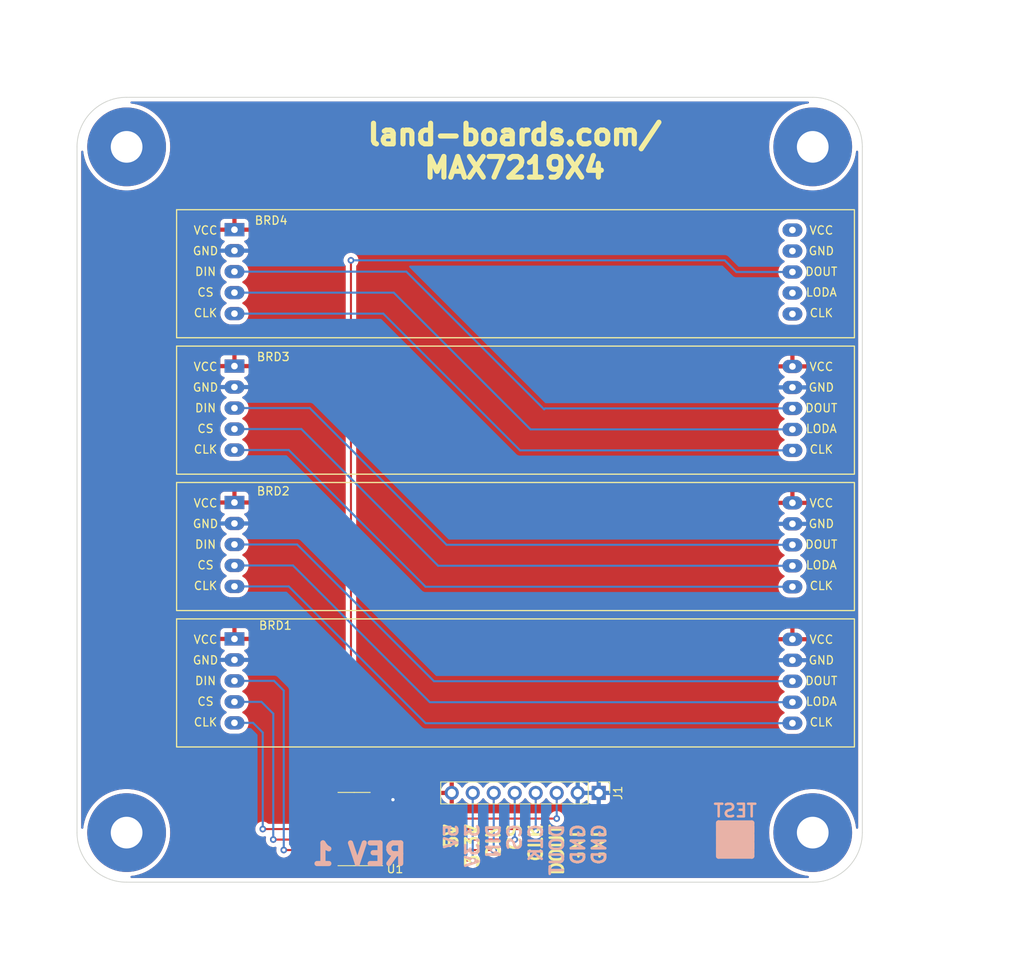
<source format=kicad_pcb>
(kicad_pcb (version 20211014) (generator pcbnew)
  (title_block (title "MAX7912X4") (date "2022-06-12") (rev "1") (company "LAND-BOARDS.COM"))
  (layers (0 "F.Cu" signal) (31 "B.Cu" signal) (34 "B.Paste" user) (35 "F.Paste" user) (36 "B.SilkS" user "B.Silkscreen") (37 "F.SilkS" user "F.Silkscreen") (38 "B.Mask" user) (39 "F.Mask" user) (44 "Edge.Cuts" user))
  (net 0 "")
  (net 1 "GND")
  (net 2 "/MAXOUT")
  (net 3 "Net-(BRD1-Pad5)")
  (net 4 "Net-(BRD1-Pad4)")
  (net 5 "Net-(BRD1-Pad3)")
  (net 6 "+5V")
  (net 7 "Net-(J1-Pad7)")
  (net 8 "Net-(BRD1-Pad6)")
  (net 9 "Net-(BRD1-Pad7)")
  (net 10 "Net-(BRD1-Pad8)")
  (net 11 "Net-(BRD2-Pad6)")
  (net 12 "Net-(BRD2-Pad7)")
  (net 13 "Net-(BRD2-Pad8)")
  (net 14 "Net-(BRD3-Pad6)")
  (net 15 "Net-(BRD3-Pad7)")
  (net 16 "Net-(BRD3-Pad8)")
  (net 21 "/DOUT")
  (net 22 "/CLK")
  (net 23 "/CS")
  (net 24 "/DIN")
  (footprint "LandBoards_BoardOutlines:MAX7912_MODULE" (layer "F.Cu") (at 67.045 40.605)
    (fp_text reference "BRD4" (at 11.441 1.305) (layer "F.SilkS"))
    (fp_text value "MAX7912_MODULE")
    (fp_text user "DOUT" (at 78 7.5 unlocked) (layer "F.SilkS"))
    (fp_text user "CS" (at 3.5 10 unlocked) (layer "F.SilkS"))
    (fp_text user "VCC" (at 78 2.5 unlocked) (layer "F.SilkS"))
    (fp_text user "CLK" (at 78 12.5 unlocked) (layer "F.SilkS"))
    (fp_text user "GND" (at 3.5 5 unlocked) (layer "F.SilkS"))
    (fp_text user "LODA" (at 78 10 unlocked) (layer "F.SilkS"))
    (fp_text user "DIN" (at 3.5 7.5 unlocked) (layer "F.SilkS"))
    (fp_text user "CLK" (at 3.5 12.5 unlocked) (layer "F.SilkS"))
    (fp_text user "VCC" (at 3.5 2.5 unlocked) (layer "F.SilkS"))
    (fp_text user "GND" (at 78 5 unlocked) (layer "F.SilkS"))
    (fp_rect (start 0 0) (end 82 15.5) (layer "F.SilkS") (width 0.15) (fill none))
    (pad "1" thru_hole rect (at 7 2.42) (size 2.4 1.6) (drill 0.8) (layers *.Cu *.Mask) (net 6 "+5V"))
    (pad "2" thru_hole oval (at 7 4.96) (size 2.4 1.6) (drill 0.8) (layers *.Cu *.Mask) (net 1 "GND"))
    (pad "3" thru_hole oval (at 7 7.5) (size 2.4 1.6) (drill 0.8) (layers *.Cu *.Mask) (net 16 "Net-(BRD3-Pad8)"))
    (pad "4" thru_hole oval (at 7 10.04) (size 2.4 1.6) (drill 0.8) (layers *.Cu *.Mask) (net 15 "Net-(BRD3-Pad7)"))
    (pad "5" thru_hole oval (at 7 12.58) (size 2.4 1.6) (drill 0.8) (layers *.Cu *.Mask) (net 14 "Net-(BRD3-Pad6)"))
    (pad "6" thru_hole oval (at 74.5 12.62) (size 2.4 1.6) (drill 0.8) (layers *.Cu *.Mask))
    (pad "7" thru_hole oval (at 74.5 10.08) (size 2.4 1.6) (drill 0.8) (layers *.Cu *.Mask))
    (pad "8" thru_hole oval (at 74.5 7.54) (size 2.4 1.6) (drill 0.8) (layers *.Cu *.Mask) (net 2 "/MAXOUT"))
    (pad "9" thru_hole oval (at 74.5 5) (size 2.4 1.6) (drill 0.8) (layers *.Cu *.Mask))
    (pad "10" thru_hole oval (at 74.5 2.46) (size 2.4 1.6) (drill 0.8) (layers *.Cu *.Mask))
  )
  (footprint "LandBoards_BoardOutlines:MAX7912_MODULE" (layer "F.Cu") (at 67.045 90.135)
    (fp_text reference "BRD1" (at 11.949 0.797) (layer "F.SilkS"))
    (fp_text value "MAX7912_MODULE")
    (fp_text user "DIN" (at 3.5 7.5 unlocked) (layer "F.SilkS"))
    (fp_text user "VCC" (at 78 2.5 unlocked) (layer "F.SilkS"))
    (fp_text user "CLK" (at 78 12.5 unlocked) (layer "F.SilkS"))
    (fp_text user "GND" (at 3.5 5 unlocked) (layer "F.SilkS"))
    (fp_text user "LODA" (at 78 10 unlocked) (layer "F.SilkS"))
    (fp_text user "DOUT" (at 78 7.5 unlocked) (layer "F.SilkS"))
    (fp_text user "GND" (at 78 5 unlocked) (layer "F.SilkS"))
    (fp_text user "VCC" (at 3.5 2.5 unlocked) (layer "F.SilkS"))
    (fp_text user "CLK" (at 3.5 12.5 unlocked) (layer "F.SilkS"))
    (fp_text user "CS" (at 3.5 10 unlocked) (layer "F.SilkS"))
    (fp_rect (start 0 0) (end 82 15.5) (layer "F.SilkS") (width 0.15) (fill none))
    (pad "1" thru_hole rect (at 7 2.42) (size 2.4 1.6) (drill 0.8) (layers *.Cu *.Mask) (net 6 "+5V"))
    (pad "2" thru_hole oval (at 7 4.96) (size 2.4 1.6) (drill 0.8) (layers *.Cu *.Mask) (net 1 "GND"))
    (pad "3" thru_hole oval (at 7 7.5) (size 2.4 1.6) (drill 0.8) (layers *.Cu *.Mask) (net 5 "Net-(BRD1-Pad3)"))
    (pad "4" thru_hole oval (at 7 10.04) (size 2.4 1.6) (drill 0.8) (layers *.Cu *.Mask) (net 4 "Net-(BRD1-Pad4)"))
    (pad "5" thru_hole oval (at 7 12.58) (size 2.4 1.6) (drill 0.8) (layers *.Cu *.Mask) (net 3 "Net-(BRD1-Pad5)"))
    (pad "6" thru_hole oval (at 74.5 12.62) (size 2.4 1.6) (drill 0.8) (layers *.Cu *.Mask) (net 8 "Net-(BRD1-Pad6)"))
    (pad "7" thru_hole oval (at 74.5 10.08) (size 2.4 1.6) (drill 0.8) (layers *.Cu *.Mask) (net 9 "Net-(BRD1-Pad7)"))
    (pad "8" thru_hole oval (at 74.5 7.54) (size 2.4 1.6) (drill 0.8) (layers *.Cu *.Mask) (net 10 "Net-(BRD1-Pad8)"))
    (pad "9" thru_hole oval (at 74.5 5) (size 2.4 1.6) (drill 0.8) (layers *.Cu *.Mask) (net 1 "GND"))
    (pad "10" thru_hole oval (at 74.5 2.46) (size 2.4 1.6) (drill 0.8) (layers *.Cu *.Mask) (net 6 "+5V"))
  )
  (footprint "Connector_PinHeader_2.54mm:PinHeader_1x08_P2.54mm_Vertical" (layer "F.Cu") (at 118.11 111.195 -90)
    (fp_text reference "J1" (at 0 -2.33 -90) (layer "F.SilkS"))
    (fp_text value "Conn_01x08")
    (fp_line (start -1.33 1.27) (end -1.33 19.11) (layer "F.SilkS") (width 0.12))
    (fp_line (start 1.33 1.27) (end 1.33 19.11) (layer "F.SilkS") (width 0.12))
    (fp_line (start -1.33 1.27) (end 1.33 1.27) (layer "F.SilkS") (width 0.12))
    (fp_line (start -1.33 19.11) (end 1.33 19.11) (layer "F.SilkS") (width 0.12))
    (fp_line (start -1.33 -1.33) (end 0 -1.33) (layer "F.SilkS") (width 0.12))
    (fp_line (start -1.33 0) (end -1.33 -1.33) (layer "F.SilkS") (width 0.12))
    (pad "1" thru_hole rect (at 0 0 270) (size 1.7 1.7) (drill 1) (layers *.Cu *.Mask) (net 1 "GND"))
    (pad "2" thru_hole oval (at 0 2.54 270) (size 1.7 1.7) (drill 1) (layers *.Cu *.Mask) (net 1 "GND"))
    (pad "3" thru_hole oval (at 0 5.08 270) (size 1.7 1.7) (drill 1) (layers *.Cu *.Mask) (net 21 "/DOUT"))
    (pad "4" thru_hole oval (at 0 7.62 270) (size 1.7 1.7) (drill 1) (layers *.Cu *.Mask) (net 22 "/CLK"))
    (pad "5" thru_hole oval (at 0 10.16 270) (size 1.7 1.7) (drill 1) (layers *.Cu *.Mask) (net 23 "/CS"))
    (pad "6" thru_hole oval (at 0 12.7 270) (size 1.7 1.7) (drill 1) (layers *.Cu *.Mask) (net 24 "/DIN"))
    (pad "7" thru_hole oval (at 0 15.24 270) (size 1.7 1.7) (drill 1) (layers *.Cu *.Mask) (net 7 "Net-(J1-Pad7)"))
    (pad "8" thru_hole oval (at 0 17.78 270) (size 1.7 1.7) (drill 1) (layers *.Cu *.Mask) (net 6 "+5V"))
  )
  (footprint "Package_SO:SOIC-14_3.9x8.7mm_P1.27mm" (layer "F.Cu") (at 88.519 115.57 180)
    (fp_text reference "U1" (at -4.953 -4.826 180) (layer "F.SilkS"))
    (fp_text value "TXS0104")
    (fp_line (start 0 4.435) (end 1.95 4.435) (layer "F.SilkS") (width 0.12))
    (fp_line (start 0 -4.435) (end 1.95 -4.435) (layer "F.SilkS") (width 0.12))
    (fp_line (start 0 4.435) (end -1.95 4.435) (layer "F.SilkS") (width 0.12))
    (fp_line (start 0 -4.435) (end -3.45 -4.435) (layer "F.SilkS") (width 0.12))
    (pad "1" smd roundrect (at -2.475 -3.81 180) (size 1.95 0.6) (layers "F.Cu" "F.Paste" "F.Mask") (net 7 "Net-(J1-Pad7)"))
    (pad "2" smd roundrect (at -2.475 -2.54 180) (size 1.95 0.6) (layers "F.Cu" "F.Paste" "F.Mask") (net 24 "/DIN"))
    (pad "3" smd roundrect (at -2.475 -1.27 180) (size 1.95 0.6) (layers "F.Cu" "F.Paste" "F.Mask") (net 23 "/CS"))
    (pad "4" smd roundrect (at -2.475 0 180) (size 1.95 0.6) (layers "F.Cu" "F.Paste" "F.Mask") (net 22 "/CLK"))
    (pad "5" smd roundrect (at -2.475 1.27 180) (size 1.95 0.6) (layers "F.Cu" "F.Paste" "F.Mask") (net 21 "/DOUT"))
    (pad "6" smd roundrect (at -2.475 2.54 180) (size 1.95 0.6) (layers "F.Cu" "F.Paste" "F.Mask"))
    (pad "7" smd roundrect (at -2.475 3.81 180) (size 1.95 0.6) (layers "F.Cu" "F.Paste" "F.Mask") (net 1 "GND"))
    (pad "8" smd roundrect (at 2.475 3.81 180) (size 1.95 0.6) (layers "F.Cu" "F.Paste" "F.Mask") (net 7 "Net-(J1-Pad7)"))
    (pad "9" smd roundrect (at 2.475 2.54 180) (size 1.95 0.6) (layers "F.Cu" "F.Paste" "F.Mask"))
    (pad "10" smd roundrect (at 2.475 1.27 180) (size 1.95 0.6) (layers "F.Cu" "F.Paste" "F.Mask") (net 2 "/MAXOUT"))
    (pad "11" smd roundrect (at 2.475 0 180) (size 1.95 0.6) (layers "F.Cu" "F.Paste" "F.Mask") (net 3 "Net-(BRD1-Pad5)"))
    (pad "12" smd roundrect (at 2.475 -1.27 180) (size 1.95 0.6) (layers "F.Cu" "F.Paste" "F.Mask") (net 4 "Net-(BRD1-Pad4)"))
    (pad "13" smd roundrect (at 2.475 -2.54 180) (size 1.95 0.6) (layers "F.Cu" "F.Paste" "F.Mask") (net 5 "Net-(BRD1-Pad3)"))
    (pad "14" smd roundrect (at 2.475 -3.81 180) (size 1.95 0.6) (layers "F.Cu" "F.Paste" "F.Mask") (net 6 "+5V"))
  )
  (footprint "LandBoards_MountHoles:MTG-6-32" (layer "F.Cu") (at 144 33)
    (fp_text reference "MTG4" hide)
    (fp_text value "MTG_HOLE" hide)
    (pad "1" thru_hole circle locked (at 0 0) (size 9.525 9.525) (drill 3.8354) (layers *.Cu *.Mask) (clearance 0.508))
  )
  (footprint "LandBoards_MountHoles:MTG-6-32" (layer "F.Cu") (at 61 116)
    (fp_text reference "MTG1" hide)
    (fp_text value "MTG_HOLE" hide)
    (pad "1" thru_hole circle locked (at 0 0) (size 9.525 9.525) (drill 3.8354) (layers *.Cu *.Mask) (clearance 0.508))
  )
  (footprint "LandBoards_BoardOutlines:MAX7912_MODULE" (layer "F.Cu") (at 67.045 57.115)
    (fp_text reference "BRD3" (at 11.695 1.305) (layer "F.SilkS"))
    (fp_text value "MAX7912_MODULE")
    (fp_text user "CLK" (at 78 12.5 unlocked) (layer "F.SilkS"))
    (fp_text user "GND" (at 3.5 5 unlocked) (layer "F.SilkS"))
    (fp_text user "GND" (at 78 5 unlocked) (layer "F.SilkS"))
    (fp_text user "LODA" (at 78 10 unlocked) (layer "F.SilkS"))
    (fp_text user "DOUT" (at 78 7.5 unlocked) (layer "F.SilkS"))
    (fp_text user "VCC" (at 3.5 2.5 unlocked) (layer "F.SilkS"))
    (fp_text user "CS" (at 3.5 10 unlocked) (layer "F.SilkS"))
    (fp_text user "CLK" (at 3.5 12.5 unlocked) (layer "F.SilkS"))
    (fp_text user "DIN" (at 3.5 7.5 unlocked) (layer "F.SilkS"))
    (fp_text user "VCC" (at 78 2.5 unlocked) (layer "F.SilkS"))
    (fp_rect (start 0 0) (end 82 15.5) (layer "F.SilkS") (width 0.15) (fill none))
    (pad "1" thru_hole rect (at 7 2.42) (size 2.4 1.6) (drill 0.8) (layers *.Cu *.Mask) (net 6 "+5V"))
    (pad "2" thru_hole oval (at 7 4.96) (size 2.4 1.6) (drill 0.8) (layers *.Cu *.Mask) (net 1 "GND"))
    (pad "3" thru_hole oval (at 7 7.5) (size 2.4 1.6) (drill 0.8) (layers *.Cu *.Mask) (net 13 "Net-(BRD2-Pad8)"))
    (pad "4" thru_hole oval (at 7 10.04) (size 2.4 1.6) (drill 0.8) (layers *.Cu *.Mask) (net 12 "Net-(BRD2-Pad7)"))
    (pad "5" thru_hole oval (at 7 12.58) (size 2.4 1.6) (drill 0.8) (layers *.Cu *.Mask) (net 11 "Net-(BRD2-Pad6)"))
    (pad "6" thru_hole oval (at 74.5 12.62) (size 2.4 1.6) (drill 0.8) (layers *.Cu *.Mask) (net 14 "Net-(BRD3-Pad6)"))
    (pad "7" thru_hole oval (at 74.5 10.08) (size 2.4 1.6) (drill 0.8) (layers *.Cu *.Mask) (net 15 "Net-(BRD3-Pad7)"))
    (pad "8" thru_hole oval (at 74.5 7.54) (size 2.4 1.6) (drill 0.8) (layers *.Cu *.Mask) (net 16 "Net-(BRD3-Pad8)"))
    (pad "9" thru_hole oval (at 74.5 5) (size 2.4 1.6) (drill 0.8) (layers *.Cu *.Mask) (net 1 "GND"))
    (pad "10" thru_hole oval (at 74.5 2.46) (size 2.4 1.6) (drill 0.8) (layers *.Cu *.Mask) (net 6 "+5V"))
  )
  (footprint "LandBoards_Marking:TEST_BLK-REAR" (layer "F.Cu") (at 134.62 116.84)
    (fp_text reference "TEST" (at 0 -3.499993) (layer "B.SilkS") (effects (font (size 1.524 1.524) (thickness 0.3048)) (justify mirror)))
    (fp_text value "TEST_COUPON" hide)
    (fp_line (start -2 1) (end -2 1.5) (layer "B.SilkS") (width 0.65))
    (fp_line (start -2 -1) (end -2 -0.5) (layer "B.SilkS") (width 0.65))
    (fp_line (start 2 -1) (end -2 -1) (layer "B.SilkS") (width 0.65))
    (fp_line (start -2 -2) (end -2 -1.5) (layer "B.SilkS") (width 0.65))
    (fp_line (start 2 2) (end -2 2) (layer "B.SilkS") (width 0.65))
    (fp_line (start -2 0.5) (end 1.5 0.5) (layer "B.SilkS") (width 0.65))
    (fp_line (start -2 1.5) (end 2 1.5) (layer "B.SilkS") (width 0.65))
    (fp_line (start -2 2) (end -2 -2) (layer "B.SilkS") (width 0.65))
    (fp_line (start -2 -0.5) (end 2 -0.5) (layer "B.SilkS") (width 0.65))
    (fp_line (start -2 -1.5) (end 2 -1.5) (layer "B.SilkS") (width 0.65))
    (fp_line (start 1.5 0.5) (end 2 0.5) (layer "B.SilkS") (width 0.65))
    (fp_line (start -2 0) (end -2 0.5) (layer "B.SilkS") (width 0.65))
    (fp_line (start -2 -2) (end 2 -2) (layer "B.SilkS") (width 0.65))
    (fp_line (start 2 -1.5) (end 2 -1) (layer "B.SilkS") (width 0.65))
    (fp_line (start 2 1) (end -2 1) (layer "B.SilkS") (width 0.65))
    (fp_line (start 2 -2) (end 2 2) (layer "B.SilkS") (width 0.65))
    (fp_line (start 2 0) (end -2 0) (layer "B.SilkS") (width 0.65))
    (fp_line (start 2 -0.5) (end 2 0) (layer "B.SilkS") (width 0.65))
    (fp_line (start 2 0.5) (end 2 1) (layer "B.SilkS") (width 0.65))
  )
  (footprint "LandBoards_MountHoles:MTG-6-32" (layer "F.Cu") (at 144 116)
    (fp_text reference "MTG2" hide)
    (fp_text value "MTG_HOLE" hide)
    (pad "1" thru_hole circle locked (at 0 0) (size 9.525 9.525) (drill 3.8354) (layers *.Cu *.Mask) (clearance 0.508))
  )
  (footprint "LandBoards_BoardOutlines:MAX7912_MODULE" (layer "F.Cu") (at 67.045 73.625)
    (fp_text reference "BRD2" (at 11.695 1.051) (layer "F.SilkS"))
    (fp_text value "MAX7912_MODULE")
    (fp_text user "CLK" (at 78 12.5 unlocked) (layer "F.SilkS"))
    (fp_text user "GND" (at 3.5 5 unlocked) (layer "F.SilkS"))
    (fp_text user "DIN" (at 3.5 7.5 unlocked) (layer "F.SilkS"))
    (fp_text user "VCC" (at 78 2.5 unlocked) (layer "F.SilkS"))
    (fp_text user "GND" (at 78 5 unlocked) (layer "F.SilkS"))
    (fp_text user "CLK" (at 3.5 12.5 unlocked) (layer "F.SilkS"))
    (fp_text user "LODA" (at 78 10 unlocked) (layer "F.SilkS"))
    (fp_text user "VCC" (at 3.5 2.5 unlocked) (layer "F.SilkS"))
    (fp_text user "CS" (at 3.5 10 unlocked) (layer "F.SilkS"))
    (fp_text user "DOUT" (at 78 7.5 unlocked) (layer "F.SilkS"))
    (fp_rect (start 0 0) (end 82 15.5) (layer "F.SilkS") (width 0.15) (fill none))
    (pad "1" thru_hole rect (at 7 2.42) (size 2.4 1.6) (drill 0.8) (layers *.Cu *.Mask) (net 6 "+5V"))
    (pad "2" thru_hole oval (at 7 4.96) (size 2.4 1.6) (drill 0.8) (layers *.Cu *.Mask) (net 1 "GND"))
    (pad "3" thru_hole oval (at 7 7.5) (size 2.4 1.6) (drill 0.8) (layers *.Cu *.Mask) (net 10 "Net-(BRD1-Pad8)"))
    (pad "4" thru_hole oval (at 7 10.04) (size 2.4 1.6) (drill 0.8) (layers *.Cu *.Mask) (net 9 "Net-(BRD1-Pad7)"))
    (pad "5" thru_hole oval (at 7 12.58) (size 2.4 1.6) (drill 0.8) (layers *.Cu *.Mask) (net 8 "Net-(BRD1-Pad6)"))
    (pad "6" thru_hole oval (at 74.5 12.62) (size 2.4 1.6) (drill 0.8) (layers *.Cu *.Mask) (net 11 "Net-(BRD2-Pad6)"))
    (pad "7" thru_hole oval (at 74.5 10.08) (size 2.4 1.6) (drill 0.8) (layers *.Cu *.Mask) (net 12 "Net-(BRD2-Pad7)"))
    (pad "8" thru_hole oval (at 74.5 7.54) (size 2.4 1.6) (drill 0.8) (layers *.Cu *.Mask) (net 13 "Net-(BRD2-Pad8)"))
    (pad "9" thru_hole oval (at 74.5 5) (size 2.4 1.6) (drill 0.8) (layers *.Cu *.Mask) (net 1 "GND"))
    (pad "10" thru_hole oval (at 74.5 2.46) (size 2.4 1.6) (drill 0.8) (layers *.Cu *.Mask) (net 6 "+5V"))
  )
  (footprint "LandBoards_MountHoles:MTG-6-32" (layer "F.Cu") (at 61 33)
    (fp_text reference "MTG3" hide)
    (fp_text value "MTG_HOLE" hide)
    (pad "1" thru_hole circle locked (at 0 0) (size 9.525 9.525) (drill 3.8354) (layers *.Cu *.Mask) (clearance 0.508))
  )
  (gr_line (start 144 27) (end 61 27) (layer "Edge.Cuts") (width 0.1))
  (gr_arc (start 61 122) (mid 56.757359 120.242641) (end 55 116) (layer "Edge.Cuts") (width 0.1))
  (gr_line (start 55 33) (end 55 116) (layer "Edge.Cuts") (width 0.1))
  (gr_arc (start 55 33) (mid 56.757359 28.757359) (end 61 27) (layer "Edge.Cuts") (width 0.1))
  (gr_arc (start 150 116) (mid 148.242641 120.242641) (end 144 122) (layer "Edge.Cuts") (width 0.1))
  (gr_arc (start 144 27) (mid 148.242641 28.757359) (end 150 33) (layer "Edge.Cuts") (width 0.1))
  (gr_line (start 61 122) (end 144 122) (layer "Edge.Cuts") (width 0.1))
  (gr_line (start 150 116) (end 150 33) (layer "Edge.Cuts") (width 0.1))
  (gr_text "REV 1" (at 89.154 118.618) (layer "B.SilkS") (effects (font (size 2.5 2.5) (thickness 0.625)) (justify mirror)))
  (gr_text "5V\n3.3V\nDIN\nCS\nCLK\nDOUT\nGND\nGND" (at 109.22 114.808 90) (layer "B.SilkS") (effects (font (size 1.5875 1.5875) (thickness 0.3175)) (justify left mirror)))
  (gr_text "5V\n3.3V\nDIN\nCS\nCLK\nDOUT\nGND\nGND" (at 109.22 114.808 90) (layer "F.SilkS") (effects (font (size 1.5875 1.5875) (thickness 0.3175)) (justify right)))
  (gr_text "land-boards.com/\nMAX7219X4" (at 107.95 33.528) (layer "F.SilkS") (effects (font (size 2.5 2.5) (thickness 0.625))))
  (segment (start 93.013 111.76) (end 93.267 112.014) (width 0.25) (layer "F.Cu") (net 1))
  (segment (start 91.059 111.76) (end 93.013 111.76) (width 0.25) (layer "F.Cu") (net 1))
  (via (at 93.218 112.014) (size 0.8) (drill 0.4) (layers "F.Cu" "B.Cu") (net 1))
  (segment (start 88.138 104.394) (end 88.138 46.736) (width 0.25) (layer "F.Cu") (net 2))
  (segment (start 83.312 113.792) (end 83.312 109.22) (width 0.25) (layer "F.Cu") (net 2))
  (segment (start 86.044 114.3) (end 83.82 114.3) (width 0.25) (layer "F.Cu") (net 2))
  (segment (start 83.82 114.3) (end 83.312 113.792) (width 0.25) (layer "F.Cu") (net 2))
  (segment (start 83.312 109.22) (end 88.138 104.394) (width 0.25) (layer "F.Cu") (net 2))
  (via (at 88.138 46.736) (size 0.8) (drill 0.4) (layers "F.Cu" "B.Cu") (net 2))
  (segment (start 141.545 48.145) (end 134.759 48.145) (width 0.25) (layer "B.Cu") (net 2))
  (segment (start 134.759 48.145) (end 133.35 46.736) (width 0.25) (layer "B.Cu") (net 2))
  (segment (start 133.35 46.736) (end 88.138 46.736) (width 0.25) (layer "B.Cu") (net 2))
  (segment (start 86.044 115.57) (end 77.47 115.57) (width 0.25) (layer "F.Cu") (net 3))
  (via (at 77.47 115.57) (size 0.8) (drill 0.4) (layers "F.Cu" "B.Cu") (net 3))
  (segment (start 76.299 102.715) (end 74.045 102.715) (width 0.25) (layer "B.Cu") (net 3))
  (segment (start 77.47 103.886) (end 76.299 102.715) (width 0.25) (layer "B.Cu") (net 3))
  (segment (start 77.47 115.57) (end 77.47 103.886) (width 0.25) (layer "B.Cu") (net 3))
  (segment (start 86.044 116.84) (end 78.74 116.84) (width 0.25) (layer "F.Cu") (net 4))
  (via (at 78.74 116.84) (size 0.8) (drill 0.4) (layers "F.Cu" "B.Cu") (net 4))
  (segment (start 78.74 116.84) (end 78.74 101.6) (width 0.25) (layer "B.Cu") (net 4))
  (segment (start 78.74 101.6) (end 77.315 100.175) (width 0.25) (layer "B.Cu") (net 4))
  (segment (start 77.315 100.175) (end 74.045 100.175) (width 0.25) (layer "B.Cu") (net 4))
  (segment (start 86.044 118.11) (end 80.01 118.11) (width 0.25) (layer "F.Cu") (net 5))
  (via (at 80.01 118.11) (size 0.8) (drill 0.4) (layers "F.Cu" "B.Cu") (net 5))
  (segment (start 78.839 97.635) (end 74.045 97.635) (width 0.25) (layer "B.Cu") (net 5))
  (segment (start 80.01 98.806) (end 78.839 97.635) (width 0.25) (layer "B.Cu") (net 5))
  (segment (start 80.01 118.11) (end 80.01 98.806) (width 0.25) (layer "B.Cu") (net 5))
  (segment (start 102.87 119.38) (end 90.994 119.38) (width 0.25) (layer "F.Cu") (net 7))
  (segment (start 88.646 118.872) (end 89.154 119.38) (width 0.25) (layer "F.Cu") (net 7))
  (segment (start 89.154 119.38) (end 90.994 119.38) (width 0.25) (layer "F.Cu") (net 7))
  (segment (start 88.646 112.522) (end 88.646 118.872) (width 0.25) (layer "F.Cu") (net 7))
  (segment (start 87.884 111.76) (end 88.646 112.522) (width 0.25) (layer "F.Cu") (net 7))
  (segment (start 86.044 111.76) (end 87.884 111.76) (width 0.25) (layer "F.Cu") (net 7))
  (via (at 102.87 119.38) (size 0.8) (drill 0.4) (layers "F.Cu" "B.Cu") (net 7))
  (segment (start 102.87 111.195) (end 102.87 119.38) (width 0.25) (layer "B.Cu") (net 7))
  (segment (start 141.545 102.755) (end 97.167 102.755) (width 0.25) (layer "B.Cu") (net 8))
  (segment (start 97.167 102.755) (end 80.617 86.205) (width 0.25) (layer "B.Cu") (net 8))
  (segment (start 80.617 86.205) (end 74.045 86.205) (width 0.25) (layer "B.Cu") (net 8))
  (segment (start 81.125 83.665) (end 74.045 83.665) (width 0.25) (layer "B.Cu") (net 9))
  (segment (start 141.545 100.215) (end 97.675 100.215) (width 0.25) (layer "B.Cu") (net 9))
  (segment (start 97.675 100.215) (end 81.125 83.665) (width 0.25) (layer "B.Cu") (net 9))
  (segment (start 81.633 81.125) (end 74.045 81.125) (width 0.25) (layer "B.Cu") (net 10))
  (segment (start 141.545 97.675) (end 98.183 97.675) (width 0.25) (layer "B.Cu") (net 10))
  (segment (start 98.183 97.675) (end 81.633 81.125) (width 0.25) (layer "B.Cu") (net 10))
  (segment (start 97.167 86.245) (end 141.545 86.245) (width 0.25) (layer "B.Cu") (net 11))
  (segment (start 80.617 69.695) (end 97.167 86.245) (width 0.25) (layer "B.Cu") (net 11))
  (segment (start 74.045 69.695) (end 80.617 69.695) (width 0.25) (layer "B.Cu") (net 11))
  (segment (start 98.691 83.705) (end 141.545 83.705) (width 0.25) (layer "B.Cu") (net 12))
  (segment (start 74.045 67.155) (end 82.141 67.155) (width 0.25) (layer "B.Cu") (net 12))
  (segment (start 82.141 67.155) (end 98.691 83.705) (width 0.25) (layer "B.Cu") (net 12))
  (segment (start 83.157 64.615) (end 74.045 64.615) (width 0.25) (layer "B.Cu") (net 13))
  (segment (start 141.545 81.165) (end 99.707 81.165) (width 0.25) (layer "B.Cu") (net 13))
  (segment (start 99.707 81.165) (end 83.157 64.615) (width 0.25) (layer "B.Cu") (net 13))
  (segment (start 108.597 69.735) (end 141.545 69.735) (width 0.25) (layer "B.Cu") (net 14))
  (segment (start 74.045 53.185) (end 92.047 53.185) (width 0.25) (layer "B.Cu") (net 14))
  (segment (start 92.047 53.185) (end 108.597 69.735) (width 0.25) (layer "B.Cu") (net 14))
  (segment (start 74.045 50.645) (end 93.317 50.645) (width 0.25) (layer "B.Cu") (net 15))
  (segment (start 109.867 67.195) (end 141.545 67.195) (width 0.25) (layer "B.Cu") (net 15))
  (segment (start 93.317 50.645) (end 109.867 67.195) (width 0.25) (layer "B.Cu") (net 15))
  (segment (start 111.506 64.77) (end 111.621 64.655) (width 0.25) (layer "B.Cu") (net 16))
  (segment (start 94.841 48.105) (end 111.506 64.77) (width 0.25) (layer "B.Cu") (net 16))
  (segment (start 74.045 48.105) (end 94.841 48.105) (width 0.25) (layer "B.Cu") (net 16))
  (segment (start 111.621 64.655) (end 141.545 64.655) (width 0.25) (layer "B.Cu") (net 16))
  (segment (start 90.994 114.3) (end 113.03 114.3) (width 0.25) (layer "F.Cu") (net 21))
  (via (at 113.03 114.3) (size 0.8) (drill 0.4) (layers "F.Cu" "B.Cu") (net 21))
  (segment (start 113.03 111.195) (end 113.03 114.3) (width 0.25) (layer "B.Cu") (net 21))
  (segment (start 90.994 115.57) (end 110.236 115.57) (width 0.25) (layer "F.Cu") (net 22))
  (segment (start 110.236 115.57) (end 110.49 115.824) (width 0.25) (layer "F.Cu") (net 22))
  (via (at 110.49 115.824) (size 0.8) (drill 0.4) (layers "F.Cu" "B.Cu") (net 22))
  (segment (start 110.49 115.824) (end 110.49 111.195) (width 0.25) (layer "B.Cu") (net 22))
  (segment (start 90.994 116.84) (end 107.95 116.84) (width 0.25) (layer "F.Cu") (net 23))
  (via (at 107.95 116.84) (size 0.8) (drill 0.4) (layers "F.Cu" "B.Cu") (net 23))
  (segment (start 107.95 111.195) (end 107.95 116.84) (width 0.25) (layer "B.Cu") (net 23))
  (segment (start 90.994 118.11) (end 105.41 118.11) (width 0.25) (layer "F.Cu") (net 24))
  (via (at 105.41 118.11) (size 0.8) (drill 0.4) (layers "F.Cu" "B.Cu") (net 24))
  (segment (start 105.41 118.11) (end 105.41 111.195) (width 0.25) (layer "B.Cu") (net 24))
  (zone (net 6) (net_name "+5V") (layer "F.Cu") (connect_pads (clearance 0.508)) (min_thickness 0.254) (fill yes (thermal_gap 0.508) (thermal_bridge_width 0.508))
    (polygon (pts (xy 148 29) (xy 150 33) (xy 150 116) (xy 148 120) (xy 144 122) (xy 61 122) (xy 56 119) (xy 55 115) (xy 55 32) (xy 57 28) (xy 61 27) (xy 144 27)))
  )
  (zone (net 1) (net_name "GND") (layer "B.Cu") (connect_pads (clearance 0.508)) (min_thickness 0.254) (fill yes (thermal_gap 0.508) (thermal_bridge_width 0.508))
    (polygon (pts (xy 148 29) (xy 150 33) (xy 150 116) (xy 148 120) (xy 144 122) (xy 61 122) (xy 57.912 121.158) (xy 56 119) (xy 55 115) (xy 55 32) (xy 57 29) (xy 61 27) (xy 144 27)))
  )
)
</source>
